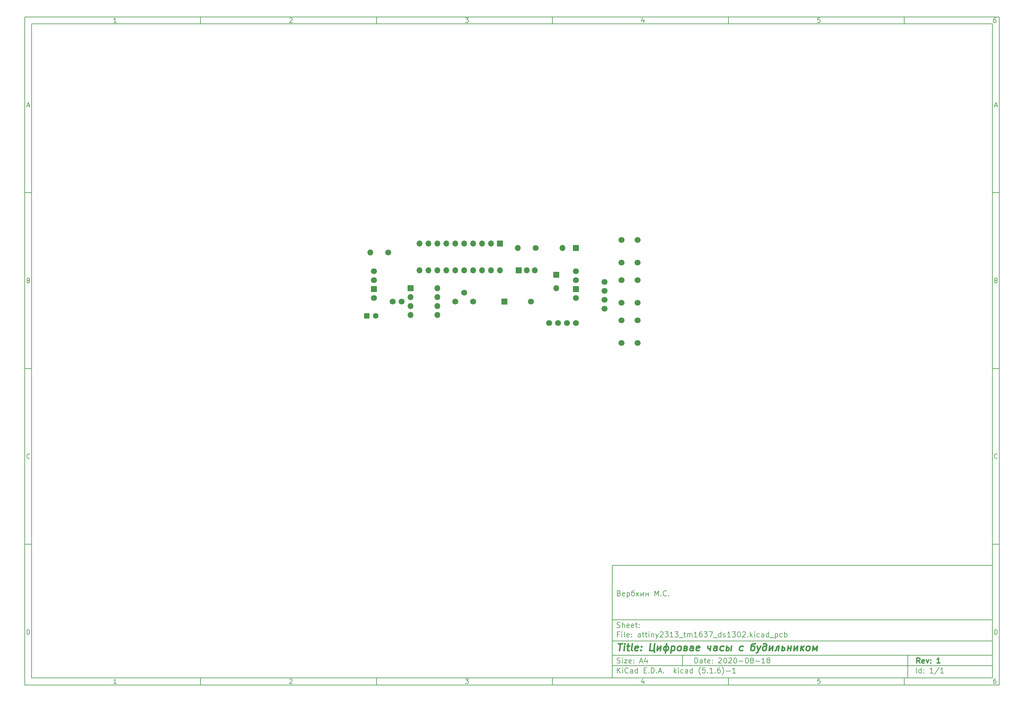
<source format=gts>
%TF.GenerationSoftware,KiCad,Pcbnew,(5.1.6)-1*%
%TF.CreationDate,2020-08-18T16:34:13+05:00*%
%TF.ProjectId,attiny2313_tm1637_ds1302,61747469-6e79-4323-9331-335f746d3136,1*%
%TF.SameCoordinates,Original*%
%TF.FileFunction,Soldermask,Top*%
%TF.FilePolarity,Negative*%
%FSLAX46Y46*%
G04 Gerber Fmt 4.6, Leading zero omitted, Abs format (unit mm)*
G04 Created by KiCad (PCBNEW (5.1.6)-1) date 2020-08-18 16:34:13*
%MOMM*%
%LPD*%
G01*
G04 APERTURE LIST*
%ADD10C,0.100000*%
%ADD11C,0.150000*%
%ADD12C,0.300000*%
%ADD13C,0.400000*%
%ADD14C,1.700000*%
%ADD15R,1.700000X1.700000*%
%ADD16O,1.700000X1.700000*%
%ADD17R,1.624000X1.624000*%
%ADD18C,1.624000*%
G04 APERTURE END LIST*
D10*
D11*
X177002200Y-166007200D02*
X177002200Y-198007200D01*
X285002200Y-198007200D01*
X285002200Y-166007200D01*
X177002200Y-166007200D01*
D10*
D11*
X10000000Y-10000000D02*
X10000000Y-200007200D01*
X287002200Y-200007200D01*
X287002200Y-10000000D01*
X10000000Y-10000000D01*
D10*
D11*
X12000000Y-12000000D02*
X12000000Y-198007200D01*
X285002200Y-198007200D01*
X285002200Y-12000000D01*
X12000000Y-12000000D01*
D10*
D11*
X60000000Y-12000000D02*
X60000000Y-10000000D01*
D10*
D11*
X110000000Y-12000000D02*
X110000000Y-10000000D01*
D10*
D11*
X160000000Y-12000000D02*
X160000000Y-10000000D01*
D10*
D11*
X210000000Y-12000000D02*
X210000000Y-10000000D01*
D10*
D11*
X260000000Y-12000000D02*
X260000000Y-10000000D01*
D10*
D11*
X36065476Y-11588095D02*
X35322619Y-11588095D01*
X35694047Y-11588095D02*
X35694047Y-10288095D01*
X35570238Y-10473809D01*
X35446428Y-10597619D01*
X35322619Y-10659523D01*
D10*
D11*
X85322619Y-10411904D02*
X85384523Y-10350000D01*
X85508333Y-10288095D01*
X85817857Y-10288095D01*
X85941666Y-10350000D01*
X86003571Y-10411904D01*
X86065476Y-10535714D01*
X86065476Y-10659523D01*
X86003571Y-10845238D01*
X85260714Y-11588095D01*
X86065476Y-11588095D01*
D10*
D11*
X135260714Y-10288095D02*
X136065476Y-10288095D01*
X135632142Y-10783333D01*
X135817857Y-10783333D01*
X135941666Y-10845238D01*
X136003571Y-10907142D01*
X136065476Y-11030952D01*
X136065476Y-11340476D01*
X136003571Y-11464285D01*
X135941666Y-11526190D01*
X135817857Y-11588095D01*
X135446428Y-11588095D01*
X135322619Y-11526190D01*
X135260714Y-11464285D01*
D10*
D11*
X185941666Y-10721428D02*
X185941666Y-11588095D01*
X185632142Y-10226190D02*
X185322619Y-11154761D01*
X186127380Y-11154761D01*
D10*
D11*
X236003571Y-10288095D02*
X235384523Y-10288095D01*
X235322619Y-10907142D01*
X235384523Y-10845238D01*
X235508333Y-10783333D01*
X235817857Y-10783333D01*
X235941666Y-10845238D01*
X236003571Y-10907142D01*
X236065476Y-11030952D01*
X236065476Y-11340476D01*
X236003571Y-11464285D01*
X235941666Y-11526190D01*
X235817857Y-11588095D01*
X235508333Y-11588095D01*
X235384523Y-11526190D01*
X235322619Y-11464285D01*
D10*
D11*
X285941666Y-10288095D02*
X285694047Y-10288095D01*
X285570238Y-10350000D01*
X285508333Y-10411904D01*
X285384523Y-10597619D01*
X285322619Y-10845238D01*
X285322619Y-11340476D01*
X285384523Y-11464285D01*
X285446428Y-11526190D01*
X285570238Y-11588095D01*
X285817857Y-11588095D01*
X285941666Y-11526190D01*
X286003571Y-11464285D01*
X286065476Y-11340476D01*
X286065476Y-11030952D01*
X286003571Y-10907142D01*
X285941666Y-10845238D01*
X285817857Y-10783333D01*
X285570238Y-10783333D01*
X285446428Y-10845238D01*
X285384523Y-10907142D01*
X285322619Y-11030952D01*
D10*
D11*
X60000000Y-198007200D02*
X60000000Y-200007200D01*
D10*
D11*
X110000000Y-198007200D02*
X110000000Y-200007200D01*
D10*
D11*
X160000000Y-198007200D02*
X160000000Y-200007200D01*
D10*
D11*
X210000000Y-198007200D02*
X210000000Y-200007200D01*
D10*
D11*
X260000000Y-198007200D02*
X260000000Y-200007200D01*
D10*
D11*
X36065476Y-199595295D02*
X35322619Y-199595295D01*
X35694047Y-199595295D02*
X35694047Y-198295295D01*
X35570238Y-198481009D01*
X35446428Y-198604819D01*
X35322619Y-198666723D01*
D10*
D11*
X85322619Y-198419104D02*
X85384523Y-198357200D01*
X85508333Y-198295295D01*
X85817857Y-198295295D01*
X85941666Y-198357200D01*
X86003571Y-198419104D01*
X86065476Y-198542914D01*
X86065476Y-198666723D01*
X86003571Y-198852438D01*
X85260714Y-199595295D01*
X86065476Y-199595295D01*
D10*
D11*
X135260714Y-198295295D02*
X136065476Y-198295295D01*
X135632142Y-198790533D01*
X135817857Y-198790533D01*
X135941666Y-198852438D01*
X136003571Y-198914342D01*
X136065476Y-199038152D01*
X136065476Y-199347676D01*
X136003571Y-199471485D01*
X135941666Y-199533390D01*
X135817857Y-199595295D01*
X135446428Y-199595295D01*
X135322619Y-199533390D01*
X135260714Y-199471485D01*
D10*
D11*
X185941666Y-198728628D02*
X185941666Y-199595295D01*
X185632142Y-198233390D02*
X185322619Y-199161961D01*
X186127380Y-199161961D01*
D10*
D11*
X236003571Y-198295295D02*
X235384523Y-198295295D01*
X235322619Y-198914342D01*
X235384523Y-198852438D01*
X235508333Y-198790533D01*
X235817857Y-198790533D01*
X235941666Y-198852438D01*
X236003571Y-198914342D01*
X236065476Y-199038152D01*
X236065476Y-199347676D01*
X236003571Y-199471485D01*
X235941666Y-199533390D01*
X235817857Y-199595295D01*
X235508333Y-199595295D01*
X235384523Y-199533390D01*
X235322619Y-199471485D01*
D10*
D11*
X285941666Y-198295295D02*
X285694047Y-198295295D01*
X285570238Y-198357200D01*
X285508333Y-198419104D01*
X285384523Y-198604819D01*
X285322619Y-198852438D01*
X285322619Y-199347676D01*
X285384523Y-199471485D01*
X285446428Y-199533390D01*
X285570238Y-199595295D01*
X285817857Y-199595295D01*
X285941666Y-199533390D01*
X286003571Y-199471485D01*
X286065476Y-199347676D01*
X286065476Y-199038152D01*
X286003571Y-198914342D01*
X285941666Y-198852438D01*
X285817857Y-198790533D01*
X285570238Y-198790533D01*
X285446428Y-198852438D01*
X285384523Y-198914342D01*
X285322619Y-199038152D01*
D10*
D11*
X10000000Y-60000000D02*
X12000000Y-60000000D01*
D10*
D11*
X10000000Y-110000000D02*
X12000000Y-110000000D01*
D10*
D11*
X10000000Y-160000000D02*
X12000000Y-160000000D01*
D10*
D11*
X10690476Y-35216666D02*
X11309523Y-35216666D01*
X10566666Y-35588095D02*
X11000000Y-34288095D01*
X11433333Y-35588095D01*
D10*
D11*
X11092857Y-84907142D02*
X11278571Y-84969047D01*
X11340476Y-85030952D01*
X11402380Y-85154761D01*
X11402380Y-85340476D01*
X11340476Y-85464285D01*
X11278571Y-85526190D01*
X11154761Y-85588095D01*
X10659523Y-85588095D01*
X10659523Y-84288095D01*
X11092857Y-84288095D01*
X11216666Y-84350000D01*
X11278571Y-84411904D01*
X11340476Y-84535714D01*
X11340476Y-84659523D01*
X11278571Y-84783333D01*
X11216666Y-84845238D01*
X11092857Y-84907142D01*
X10659523Y-84907142D01*
D10*
D11*
X11402380Y-135464285D02*
X11340476Y-135526190D01*
X11154761Y-135588095D01*
X11030952Y-135588095D01*
X10845238Y-135526190D01*
X10721428Y-135402380D01*
X10659523Y-135278571D01*
X10597619Y-135030952D01*
X10597619Y-134845238D01*
X10659523Y-134597619D01*
X10721428Y-134473809D01*
X10845238Y-134350000D01*
X11030952Y-134288095D01*
X11154761Y-134288095D01*
X11340476Y-134350000D01*
X11402380Y-134411904D01*
D10*
D11*
X10659523Y-185588095D02*
X10659523Y-184288095D01*
X10969047Y-184288095D01*
X11154761Y-184350000D01*
X11278571Y-184473809D01*
X11340476Y-184597619D01*
X11402380Y-184845238D01*
X11402380Y-185030952D01*
X11340476Y-185278571D01*
X11278571Y-185402380D01*
X11154761Y-185526190D01*
X10969047Y-185588095D01*
X10659523Y-185588095D01*
D10*
D11*
X287002200Y-60000000D02*
X285002200Y-60000000D01*
D10*
D11*
X287002200Y-110000000D02*
X285002200Y-110000000D01*
D10*
D11*
X287002200Y-160000000D02*
X285002200Y-160000000D01*
D10*
D11*
X285692676Y-35216666D02*
X286311723Y-35216666D01*
X285568866Y-35588095D02*
X286002200Y-34288095D01*
X286435533Y-35588095D01*
D10*
D11*
X286095057Y-84907142D02*
X286280771Y-84969047D01*
X286342676Y-85030952D01*
X286404580Y-85154761D01*
X286404580Y-85340476D01*
X286342676Y-85464285D01*
X286280771Y-85526190D01*
X286156961Y-85588095D01*
X285661723Y-85588095D01*
X285661723Y-84288095D01*
X286095057Y-84288095D01*
X286218866Y-84350000D01*
X286280771Y-84411904D01*
X286342676Y-84535714D01*
X286342676Y-84659523D01*
X286280771Y-84783333D01*
X286218866Y-84845238D01*
X286095057Y-84907142D01*
X285661723Y-84907142D01*
D10*
D11*
X286404580Y-135464285D02*
X286342676Y-135526190D01*
X286156961Y-135588095D01*
X286033152Y-135588095D01*
X285847438Y-135526190D01*
X285723628Y-135402380D01*
X285661723Y-135278571D01*
X285599819Y-135030952D01*
X285599819Y-134845238D01*
X285661723Y-134597619D01*
X285723628Y-134473809D01*
X285847438Y-134350000D01*
X286033152Y-134288095D01*
X286156961Y-134288095D01*
X286342676Y-134350000D01*
X286404580Y-134411904D01*
D10*
D11*
X285661723Y-185588095D02*
X285661723Y-184288095D01*
X285971247Y-184288095D01*
X286156961Y-184350000D01*
X286280771Y-184473809D01*
X286342676Y-184597619D01*
X286404580Y-184845238D01*
X286404580Y-185030952D01*
X286342676Y-185278571D01*
X286280771Y-185402380D01*
X286156961Y-185526190D01*
X285971247Y-185588095D01*
X285661723Y-185588095D01*
D10*
D11*
X200434342Y-193785771D02*
X200434342Y-192285771D01*
X200791485Y-192285771D01*
X201005771Y-192357200D01*
X201148628Y-192500057D01*
X201220057Y-192642914D01*
X201291485Y-192928628D01*
X201291485Y-193142914D01*
X201220057Y-193428628D01*
X201148628Y-193571485D01*
X201005771Y-193714342D01*
X200791485Y-193785771D01*
X200434342Y-193785771D01*
X202577200Y-193785771D02*
X202577200Y-193000057D01*
X202505771Y-192857200D01*
X202362914Y-192785771D01*
X202077200Y-192785771D01*
X201934342Y-192857200D01*
X202577200Y-193714342D02*
X202434342Y-193785771D01*
X202077200Y-193785771D01*
X201934342Y-193714342D01*
X201862914Y-193571485D01*
X201862914Y-193428628D01*
X201934342Y-193285771D01*
X202077200Y-193214342D01*
X202434342Y-193214342D01*
X202577200Y-193142914D01*
X203077200Y-192785771D02*
X203648628Y-192785771D01*
X203291485Y-192285771D02*
X203291485Y-193571485D01*
X203362914Y-193714342D01*
X203505771Y-193785771D01*
X203648628Y-193785771D01*
X204720057Y-193714342D02*
X204577200Y-193785771D01*
X204291485Y-193785771D01*
X204148628Y-193714342D01*
X204077200Y-193571485D01*
X204077200Y-193000057D01*
X204148628Y-192857200D01*
X204291485Y-192785771D01*
X204577200Y-192785771D01*
X204720057Y-192857200D01*
X204791485Y-193000057D01*
X204791485Y-193142914D01*
X204077200Y-193285771D01*
X205434342Y-193642914D02*
X205505771Y-193714342D01*
X205434342Y-193785771D01*
X205362914Y-193714342D01*
X205434342Y-193642914D01*
X205434342Y-193785771D01*
X205434342Y-192857200D02*
X205505771Y-192928628D01*
X205434342Y-193000057D01*
X205362914Y-192928628D01*
X205434342Y-192857200D01*
X205434342Y-193000057D01*
X207220057Y-192428628D02*
X207291485Y-192357200D01*
X207434342Y-192285771D01*
X207791485Y-192285771D01*
X207934342Y-192357200D01*
X208005771Y-192428628D01*
X208077200Y-192571485D01*
X208077200Y-192714342D01*
X208005771Y-192928628D01*
X207148628Y-193785771D01*
X208077200Y-193785771D01*
X209005771Y-192285771D02*
X209148628Y-192285771D01*
X209291485Y-192357200D01*
X209362914Y-192428628D01*
X209434342Y-192571485D01*
X209505771Y-192857200D01*
X209505771Y-193214342D01*
X209434342Y-193500057D01*
X209362914Y-193642914D01*
X209291485Y-193714342D01*
X209148628Y-193785771D01*
X209005771Y-193785771D01*
X208862914Y-193714342D01*
X208791485Y-193642914D01*
X208720057Y-193500057D01*
X208648628Y-193214342D01*
X208648628Y-192857200D01*
X208720057Y-192571485D01*
X208791485Y-192428628D01*
X208862914Y-192357200D01*
X209005771Y-192285771D01*
X210077200Y-192428628D02*
X210148628Y-192357200D01*
X210291485Y-192285771D01*
X210648628Y-192285771D01*
X210791485Y-192357200D01*
X210862914Y-192428628D01*
X210934342Y-192571485D01*
X210934342Y-192714342D01*
X210862914Y-192928628D01*
X210005771Y-193785771D01*
X210934342Y-193785771D01*
X211862914Y-192285771D02*
X212005771Y-192285771D01*
X212148628Y-192357200D01*
X212220057Y-192428628D01*
X212291485Y-192571485D01*
X212362914Y-192857200D01*
X212362914Y-193214342D01*
X212291485Y-193500057D01*
X212220057Y-193642914D01*
X212148628Y-193714342D01*
X212005771Y-193785771D01*
X211862914Y-193785771D01*
X211720057Y-193714342D01*
X211648628Y-193642914D01*
X211577200Y-193500057D01*
X211505771Y-193214342D01*
X211505771Y-192857200D01*
X211577200Y-192571485D01*
X211648628Y-192428628D01*
X211720057Y-192357200D01*
X211862914Y-192285771D01*
X213005771Y-193214342D02*
X214148628Y-193214342D01*
X215148628Y-192285771D02*
X215291485Y-192285771D01*
X215434342Y-192357200D01*
X215505771Y-192428628D01*
X215577200Y-192571485D01*
X215648628Y-192857200D01*
X215648628Y-193214342D01*
X215577200Y-193500057D01*
X215505771Y-193642914D01*
X215434342Y-193714342D01*
X215291485Y-193785771D01*
X215148628Y-193785771D01*
X215005771Y-193714342D01*
X214934342Y-193642914D01*
X214862914Y-193500057D01*
X214791485Y-193214342D01*
X214791485Y-192857200D01*
X214862914Y-192571485D01*
X214934342Y-192428628D01*
X215005771Y-192357200D01*
X215148628Y-192285771D01*
X216505771Y-192928628D02*
X216362914Y-192857200D01*
X216291485Y-192785771D01*
X216220057Y-192642914D01*
X216220057Y-192571485D01*
X216291485Y-192428628D01*
X216362914Y-192357200D01*
X216505771Y-192285771D01*
X216791485Y-192285771D01*
X216934342Y-192357200D01*
X217005771Y-192428628D01*
X217077200Y-192571485D01*
X217077200Y-192642914D01*
X217005771Y-192785771D01*
X216934342Y-192857200D01*
X216791485Y-192928628D01*
X216505771Y-192928628D01*
X216362914Y-193000057D01*
X216291485Y-193071485D01*
X216220057Y-193214342D01*
X216220057Y-193500057D01*
X216291485Y-193642914D01*
X216362914Y-193714342D01*
X216505771Y-193785771D01*
X216791485Y-193785771D01*
X216934342Y-193714342D01*
X217005771Y-193642914D01*
X217077200Y-193500057D01*
X217077200Y-193214342D01*
X217005771Y-193071485D01*
X216934342Y-193000057D01*
X216791485Y-192928628D01*
X217720057Y-193214342D02*
X218862914Y-193214342D01*
X220362914Y-193785771D02*
X219505771Y-193785771D01*
X219934342Y-193785771D02*
X219934342Y-192285771D01*
X219791485Y-192500057D01*
X219648628Y-192642914D01*
X219505771Y-192714342D01*
X221220057Y-192928628D02*
X221077200Y-192857200D01*
X221005771Y-192785771D01*
X220934342Y-192642914D01*
X220934342Y-192571485D01*
X221005771Y-192428628D01*
X221077200Y-192357200D01*
X221220057Y-192285771D01*
X221505771Y-192285771D01*
X221648628Y-192357200D01*
X221720057Y-192428628D01*
X221791485Y-192571485D01*
X221791485Y-192642914D01*
X221720057Y-192785771D01*
X221648628Y-192857200D01*
X221505771Y-192928628D01*
X221220057Y-192928628D01*
X221077200Y-193000057D01*
X221005771Y-193071485D01*
X220934342Y-193214342D01*
X220934342Y-193500057D01*
X221005771Y-193642914D01*
X221077200Y-193714342D01*
X221220057Y-193785771D01*
X221505771Y-193785771D01*
X221648628Y-193714342D01*
X221720057Y-193642914D01*
X221791485Y-193500057D01*
X221791485Y-193214342D01*
X221720057Y-193071485D01*
X221648628Y-193000057D01*
X221505771Y-192928628D01*
D10*
D11*
X177002200Y-194507200D02*
X285002200Y-194507200D01*
D10*
D11*
X178434342Y-196585771D02*
X178434342Y-195085771D01*
X179291485Y-196585771D02*
X178648628Y-195728628D01*
X179291485Y-195085771D02*
X178434342Y-195942914D01*
X179934342Y-196585771D02*
X179934342Y-195585771D01*
X179934342Y-195085771D02*
X179862914Y-195157200D01*
X179934342Y-195228628D01*
X180005771Y-195157200D01*
X179934342Y-195085771D01*
X179934342Y-195228628D01*
X181505771Y-196442914D02*
X181434342Y-196514342D01*
X181220057Y-196585771D01*
X181077200Y-196585771D01*
X180862914Y-196514342D01*
X180720057Y-196371485D01*
X180648628Y-196228628D01*
X180577200Y-195942914D01*
X180577200Y-195728628D01*
X180648628Y-195442914D01*
X180720057Y-195300057D01*
X180862914Y-195157200D01*
X181077200Y-195085771D01*
X181220057Y-195085771D01*
X181434342Y-195157200D01*
X181505771Y-195228628D01*
X182791485Y-196585771D02*
X182791485Y-195800057D01*
X182720057Y-195657200D01*
X182577200Y-195585771D01*
X182291485Y-195585771D01*
X182148628Y-195657200D01*
X182791485Y-196514342D02*
X182648628Y-196585771D01*
X182291485Y-196585771D01*
X182148628Y-196514342D01*
X182077200Y-196371485D01*
X182077200Y-196228628D01*
X182148628Y-196085771D01*
X182291485Y-196014342D01*
X182648628Y-196014342D01*
X182791485Y-195942914D01*
X184148628Y-196585771D02*
X184148628Y-195085771D01*
X184148628Y-196514342D02*
X184005771Y-196585771D01*
X183720057Y-196585771D01*
X183577200Y-196514342D01*
X183505771Y-196442914D01*
X183434342Y-196300057D01*
X183434342Y-195871485D01*
X183505771Y-195728628D01*
X183577200Y-195657200D01*
X183720057Y-195585771D01*
X184005771Y-195585771D01*
X184148628Y-195657200D01*
X186005771Y-195800057D02*
X186505771Y-195800057D01*
X186720057Y-196585771D02*
X186005771Y-196585771D01*
X186005771Y-195085771D01*
X186720057Y-195085771D01*
X187362914Y-196442914D02*
X187434342Y-196514342D01*
X187362914Y-196585771D01*
X187291485Y-196514342D01*
X187362914Y-196442914D01*
X187362914Y-196585771D01*
X188077200Y-196585771D02*
X188077200Y-195085771D01*
X188434342Y-195085771D01*
X188648628Y-195157200D01*
X188791485Y-195300057D01*
X188862914Y-195442914D01*
X188934342Y-195728628D01*
X188934342Y-195942914D01*
X188862914Y-196228628D01*
X188791485Y-196371485D01*
X188648628Y-196514342D01*
X188434342Y-196585771D01*
X188077200Y-196585771D01*
X189577200Y-196442914D02*
X189648628Y-196514342D01*
X189577200Y-196585771D01*
X189505771Y-196514342D01*
X189577200Y-196442914D01*
X189577200Y-196585771D01*
X190220057Y-196157200D02*
X190934342Y-196157200D01*
X190077200Y-196585771D02*
X190577200Y-195085771D01*
X191077200Y-196585771D01*
X191577200Y-196442914D02*
X191648628Y-196514342D01*
X191577200Y-196585771D01*
X191505771Y-196514342D01*
X191577200Y-196442914D01*
X191577200Y-196585771D01*
X194577200Y-196585771D02*
X194577200Y-195085771D01*
X194720057Y-196014342D02*
X195148628Y-196585771D01*
X195148628Y-195585771D02*
X194577200Y-196157200D01*
X195791485Y-196585771D02*
X195791485Y-195585771D01*
X195791485Y-195085771D02*
X195720057Y-195157200D01*
X195791485Y-195228628D01*
X195862914Y-195157200D01*
X195791485Y-195085771D01*
X195791485Y-195228628D01*
X197148628Y-196514342D02*
X197005771Y-196585771D01*
X196720057Y-196585771D01*
X196577200Y-196514342D01*
X196505771Y-196442914D01*
X196434342Y-196300057D01*
X196434342Y-195871485D01*
X196505771Y-195728628D01*
X196577200Y-195657200D01*
X196720057Y-195585771D01*
X197005771Y-195585771D01*
X197148628Y-195657200D01*
X198434342Y-196585771D02*
X198434342Y-195800057D01*
X198362914Y-195657200D01*
X198220057Y-195585771D01*
X197934342Y-195585771D01*
X197791485Y-195657200D01*
X198434342Y-196514342D02*
X198291485Y-196585771D01*
X197934342Y-196585771D01*
X197791485Y-196514342D01*
X197720057Y-196371485D01*
X197720057Y-196228628D01*
X197791485Y-196085771D01*
X197934342Y-196014342D01*
X198291485Y-196014342D01*
X198434342Y-195942914D01*
X199791485Y-196585771D02*
X199791485Y-195085771D01*
X199791485Y-196514342D02*
X199648628Y-196585771D01*
X199362914Y-196585771D01*
X199220057Y-196514342D01*
X199148628Y-196442914D01*
X199077200Y-196300057D01*
X199077200Y-195871485D01*
X199148628Y-195728628D01*
X199220057Y-195657200D01*
X199362914Y-195585771D01*
X199648628Y-195585771D01*
X199791485Y-195657200D01*
X202077200Y-197157200D02*
X202005771Y-197085771D01*
X201862914Y-196871485D01*
X201791485Y-196728628D01*
X201720057Y-196514342D01*
X201648628Y-196157200D01*
X201648628Y-195871485D01*
X201720057Y-195514342D01*
X201791485Y-195300057D01*
X201862914Y-195157200D01*
X202005771Y-194942914D01*
X202077200Y-194871485D01*
X203362914Y-195085771D02*
X202648628Y-195085771D01*
X202577200Y-195800057D01*
X202648628Y-195728628D01*
X202791485Y-195657200D01*
X203148628Y-195657200D01*
X203291485Y-195728628D01*
X203362914Y-195800057D01*
X203434342Y-195942914D01*
X203434342Y-196300057D01*
X203362914Y-196442914D01*
X203291485Y-196514342D01*
X203148628Y-196585771D01*
X202791485Y-196585771D01*
X202648628Y-196514342D01*
X202577200Y-196442914D01*
X204077200Y-196442914D02*
X204148628Y-196514342D01*
X204077200Y-196585771D01*
X204005771Y-196514342D01*
X204077200Y-196442914D01*
X204077200Y-196585771D01*
X205577200Y-196585771D02*
X204720057Y-196585771D01*
X205148628Y-196585771D02*
X205148628Y-195085771D01*
X205005771Y-195300057D01*
X204862914Y-195442914D01*
X204720057Y-195514342D01*
X206220057Y-196442914D02*
X206291485Y-196514342D01*
X206220057Y-196585771D01*
X206148628Y-196514342D01*
X206220057Y-196442914D01*
X206220057Y-196585771D01*
X207577200Y-195085771D02*
X207291485Y-195085771D01*
X207148628Y-195157200D01*
X207077200Y-195228628D01*
X206934342Y-195442914D01*
X206862914Y-195728628D01*
X206862914Y-196300057D01*
X206934342Y-196442914D01*
X207005771Y-196514342D01*
X207148628Y-196585771D01*
X207434342Y-196585771D01*
X207577200Y-196514342D01*
X207648628Y-196442914D01*
X207720057Y-196300057D01*
X207720057Y-195942914D01*
X207648628Y-195800057D01*
X207577200Y-195728628D01*
X207434342Y-195657200D01*
X207148628Y-195657200D01*
X207005771Y-195728628D01*
X206934342Y-195800057D01*
X206862914Y-195942914D01*
X208220057Y-197157200D02*
X208291485Y-197085771D01*
X208434342Y-196871485D01*
X208505771Y-196728628D01*
X208577200Y-196514342D01*
X208648628Y-196157200D01*
X208648628Y-195871485D01*
X208577200Y-195514342D01*
X208505771Y-195300057D01*
X208434342Y-195157200D01*
X208291485Y-194942914D01*
X208220057Y-194871485D01*
X209362914Y-196014342D02*
X210505771Y-196014342D01*
X212005771Y-196585771D02*
X211148628Y-196585771D01*
X211577200Y-196585771D02*
X211577200Y-195085771D01*
X211434342Y-195300057D01*
X211291485Y-195442914D01*
X211148628Y-195514342D01*
D10*
D11*
X177002200Y-191507200D02*
X285002200Y-191507200D01*
D10*
D12*
X264411485Y-193785771D02*
X263911485Y-193071485D01*
X263554342Y-193785771D02*
X263554342Y-192285771D01*
X264125771Y-192285771D01*
X264268628Y-192357200D01*
X264340057Y-192428628D01*
X264411485Y-192571485D01*
X264411485Y-192785771D01*
X264340057Y-192928628D01*
X264268628Y-193000057D01*
X264125771Y-193071485D01*
X263554342Y-193071485D01*
X265625771Y-193714342D02*
X265482914Y-193785771D01*
X265197200Y-193785771D01*
X265054342Y-193714342D01*
X264982914Y-193571485D01*
X264982914Y-193000057D01*
X265054342Y-192857200D01*
X265197200Y-192785771D01*
X265482914Y-192785771D01*
X265625771Y-192857200D01*
X265697200Y-193000057D01*
X265697200Y-193142914D01*
X264982914Y-193285771D01*
X266197200Y-192785771D02*
X266554342Y-193785771D01*
X266911485Y-192785771D01*
X267482914Y-193642914D02*
X267554342Y-193714342D01*
X267482914Y-193785771D01*
X267411485Y-193714342D01*
X267482914Y-193642914D01*
X267482914Y-193785771D01*
X267482914Y-192857200D02*
X267554342Y-192928628D01*
X267482914Y-193000057D01*
X267411485Y-192928628D01*
X267482914Y-192857200D01*
X267482914Y-193000057D01*
X270125771Y-193785771D02*
X269268628Y-193785771D01*
X269697200Y-193785771D02*
X269697200Y-192285771D01*
X269554342Y-192500057D01*
X269411485Y-192642914D01*
X269268628Y-192714342D01*
D10*
D11*
X178362914Y-193714342D02*
X178577200Y-193785771D01*
X178934342Y-193785771D01*
X179077200Y-193714342D01*
X179148628Y-193642914D01*
X179220057Y-193500057D01*
X179220057Y-193357200D01*
X179148628Y-193214342D01*
X179077200Y-193142914D01*
X178934342Y-193071485D01*
X178648628Y-193000057D01*
X178505771Y-192928628D01*
X178434342Y-192857200D01*
X178362914Y-192714342D01*
X178362914Y-192571485D01*
X178434342Y-192428628D01*
X178505771Y-192357200D01*
X178648628Y-192285771D01*
X179005771Y-192285771D01*
X179220057Y-192357200D01*
X179862914Y-193785771D02*
X179862914Y-192785771D01*
X179862914Y-192285771D02*
X179791485Y-192357200D01*
X179862914Y-192428628D01*
X179934342Y-192357200D01*
X179862914Y-192285771D01*
X179862914Y-192428628D01*
X180434342Y-192785771D02*
X181220057Y-192785771D01*
X180434342Y-193785771D01*
X181220057Y-193785771D01*
X182362914Y-193714342D02*
X182220057Y-193785771D01*
X181934342Y-193785771D01*
X181791485Y-193714342D01*
X181720057Y-193571485D01*
X181720057Y-193000057D01*
X181791485Y-192857200D01*
X181934342Y-192785771D01*
X182220057Y-192785771D01*
X182362914Y-192857200D01*
X182434342Y-193000057D01*
X182434342Y-193142914D01*
X181720057Y-193285771D01*
X183077200Y-193642914D02*
X183148628Y-193714342D01*
X183077200Y-193785771D01*
X183005771Y-193714342D01*
X183077200Y-193642914D01*
X183077200Y-193785771D01*
X183077200Y-192857200D02*
X183148628Y-192928628D01*
X183077200Y-193000057D01*
X183005771Y-192928628D01*
X183077200Y-192857200D01*
X183077200Y-193000057D01*
X184862914Y-193357200D02*
X185577200Y-193357200D01*
X184720057Y-193785771D02*
X185220057Y-192285771D01*
X185720057Y-193785771D01*
X186862914Y-192785771D02*
X186862914Y-193785771D01*
X186505771Y-192214342D02*
X186148628Y-193285771D01*
X187077200Y-193285771D01*
D10*
D11*
X263434342Y-196585771D02*
X263434342Y-195085771D01*
X264791485Y-196585771D02*
X264791485Y-195085771D01*
X264791485Y-196514342D02*
X264648628Y-196585771D01*
X264362914Y-196585771D01*
X264220057Y-196514342D01*
X264148628Y-196442914D01*
X264077200Y-196300057D01*
X264077200Y-195871485D01*
X264148628Y-195728628D01*
X264220057Y-195657200D01*
X264362914Y-195585771D01*
X264648628Y-195585771D01*
X264791485Y-195657200D01*
X265505771Y-196442914D02*
X265577200Y-196514342D01*
X265505771Y-196585771D01*
X265434342Y-196514342D01*
X265505771Y-196442914D01*
X265505771Y-196585771D01*
X265505771Y-195657200D02*
X265577200Y-195728628D01*
X265505771Y-195800057D01*
X265434342Y-195728628D01*
X265505771Y-195657200D01*
X265505771Y-195800057D01*
X268148628Y-196585771D02*
X267291485Y-196585771D01*
X267720057Y-196585771D02*
X267720057Y-195085771D01*
X267577200Y-195300057D01*
X267434342Y-195442914D01*
X267291485Y-195514342D01*
X269862914Y-195014342D02*
X268577200Y-196942914D01*
X271148628Y-196585771D02*
X270291485Y-196585771D01*
X270720057Y-196585771D02*
X270720057Y-195085771D01*
X270577200Y-195300057D01*
X270434342Y-195442914D01*
X270291485Y-195514342D01*
D10*
D11*
X177002200Y-187507200D02*
X285002200Y-187507200D01*
D10*
D13*
X178714580Y-188211961D02*
X179857438Y-188211961D01*
X179036009Y-190211961D02*
X179286009Y-188211961D01*
X180274104Y-190211961D02*
X180440771Y-188878628D01*
X180524104Y-188211961D02*
X180416961Y-188307200D01*
X180500295Y-188402438D01*
X180607438Y-188307200D01*
X180524104Y-188211961D01*
X180500295Y-188402438D01*
X181107438Y-188878628D02*
X181869342Y-188878628D01*
X181476485Y-188211961D02*
X181262200Y-189926247D01*
X181333628Y-190116723D01*
X181512200Y-190211961D01*
X181702676Y-190211961D01*
X182655057Y-190211961D02*
X182476485Y-190116723D01*
X182405057Y-189926247D01*
X182619342Y-188211961D01*
X184190771Y-190116723D02*
X183988390Y-190211961D01*
X183607438Y-190211961D01*
X183428866Y-190116723D01*
X183357438Y-189926247D01*
X183452676Y-189164342D01*
X183571723Y-188973866D01*
X183774104Y-188878628D01*
X184155057Y-188878628D01*
X184333628Y-188973866D01*
X184405057Y-189164342D01*
X184381247Y-189354819D01*
X183405057Y-189545295D01*
X185155057Y-190021485D02*
X185238390Y-190116723D01*
X185131247Y-190211961D01*
X185047914Y-190116723D01*
X185155057Y-190021485D01*
X185131247Y-190211961D01*
X185286009Y-188973866D02*
X185369342Y-189069104D01*
X185262200Y-189164342D01*
X185178866Y-189069104D01*
X185286009Y-188973866D01*
X185262200Y-189164342D01*
X189000295Y-188211961D02*
X188750295Y-190211961D01*
X187857438Y-188211961D02*
X187607438Y-190211961D01*
X188940771Y-190211961D01*
X188881247Y-190688152D01*
X189869342Y-188878628D02*
X189702676Y-190211961D01*
X190821723Y-188878628D01*
X190655057Y-190211961D01*
X192428866Y-188211961D02*
X192095533Y-190878628D01*
X192155057Y-188878628D02*
X192536009Y-188878628D01*
X192714580Y-188973866D01*
X192881247Y-189164342D01*
X192952676Y-189354819D01*
X192905057Y-189735771D01*
X192786009Y-189926247D01*
X192571723Y-190116723D01*
X192369342Y-190211961D01*
X191988390Y-190211961D01*
X191809819Y-190116723D01*
X191643152Y-189926247D01*
X191571723Y-189735771D01*
X191619342Y-189354819D01*
X191738390Y-189164342D01*
X191952676Y-188973866D01*
X192155057Y-188878628D01*
X193869342Y-188878628D02*
X193619342Y-190878628D01*
X193857438Y-188973866D02*
X194059819Y-188878628D01*
X194440771Y-188878628D01*
X194619342Y-188973866D01*
X194702676Y-189069104D01*
X194774104Y-189259580D01*
X194702676Y-189831009D01*
X194583628Y-190021485D01*
X194476485Y-190116723D01*
X194274104Y-190211961D01*
X193893152Y-190211961D01*
X193714580Y-190116723D01*
X195797914Y-190211961D02*
X195619342Y-190116723D01*
X195536009Y-190021485D01*
X195464580Y-189831009D01*
X195536009Y-189259580D01*
X195655057Y-189069104D01*
X195762200Y-188973866D01*
X195964580Y-188878628D01*
X196250295Y-188878628D01*
X196428866Y-188973866D01*
X196512200Y-189069104D01*
X196583628Y-189259580D01*
X196512200Y-189831009D01*
X196393152Y-190021485D01*
X196286009Y-190116723D01*
X196083628Y-190211961D01*
X195797914Y-190211961D01*
X197881247Y-189545295D02*
X198155057Y-189640533D01*
X198226485Y-189831009D01*
X198214580Y-189926247D01*
X198095533Y-190116723D01*
X197893152Y-190211961D01*
X197321723Y-190211961D01*
X197488390Y-188878628D01*
X197964580Y-188878628D01*
X198143152Y-188973866D01*
X198214580Y-189164342D01*
X198202676Y-189259580D01*
X198083628Y-189450057D01*
X197881247Y-189545295D01*
X197405057Y-189545295D01*
X199893152Y-190211961D02*
X200024104Y-189164342D01*
X199952676Y-188973866D01*
X199774104Y-188878628D01*
X199393152Y-188878628D01*
X199190771Y-188973866D01*
X199905057Y-190116723D02*
X199702676Y-190211961D01*
X199226485Y-190211961D01*
X199047914Y-190116723D01*
X198976485Y-189926247D01*
X199000295Y-189735771D01*
X199119342Y-189545295D01*
X199321723Y-189450057D01*
X199797914Y-189450057D01*
X200000295Y-189354819D01*
X201619342Y-190116723D02*
X201416961Y-190211961D01*
X201036009Y-190211961D01*
X200857438Y-190116723D01*
X200786009Y-189926247D01*
X200881247Y-189164342D01*
X201000295Y-188973866D01*
X201202676Y-188878628D01*
X201583628Y-188878628D01*
X201762200Y-188973866D01*
X201833628Y-189164342D01*
X201809819Y-189354819D01*
X200833628Y-189545295D01*
X204916961Y-188878628D02*
X204750295Y-190211961D01*
X204155057Y-188878628D02*
X204095533Y-189354819D01*
X204166961Y-189545295D01*
X204345533Y-189640533D01*
X204821723Y-189640533D01*
X206655057Y-190211961D02*
X206786009Y-189164342D01*
X206714580Y-188973866D01*
X206536009Y-188878628D01*
X206155057Y-188878628D01*
X205952676Y-188973866D01*
X206666961Y-190116723D02*
X206464580Y-190211961D01*
X205988390Y-190211961D01*
X205809819Y-190116723D01*
X205738390Y-189926247D01*
X205762200Y-189735771D01*
X205881247Y-189545295D01*
X206083628Y-189450057D01*
X206559819Y-189450057D01*
X206762200Y-189354819D01*
X208476485Y-190116723D02*
X208274104Y-190211961D01*
X207893152Y-190211961D01*
X207714580Y-190116723D01*
X207631247Y-190021485D01*
X207559819Y-189831009D01*
X207631247Y-189259580D01*
X207750295Y-189069104D01*
X207857438Y-188973866D01*
X208059819Y-188878628D01*
X208440771Y-188878628D01*
X208619342Y-188973866D01*
X210821723Y-188878628D02*
X210655057Y-190211961D01*
X209488390Y-188878628D02*
X209321723Y-190211961D01*
X209797914Y-190211961D01*
X210000295Y-190116723D01*
X210119342Y-189926247D01*
X210155057Y-189640533D01*
X210083628Y-189450057D01*
X209905057Y-189354819D01*
X209428866Y-189354819D01*
X214000295Y-190116723D02*
X213797914Y-190211961D01*
X213416961Y-190211961D01*
X213238390Y-190116723D01*
X213155057Y-190021485D01*
X213083628Y-189831009D01*
X213155057Y-189259580D01*
X213274104Y-189069104D01*
X213381247Y-188973866D01*
X213583628Y-188878628D01*
X213964580Y-188878628D01*
X214143152Y-188973866D01*
X217583628Y-188116723D02*
X217476485Y-188211961D01*
X217274104Y-188307200D01*
X216893152Y-188307200D01*
X216690771Y-188402438D01*
X216583628Y-188497676D01*
X216464580Y-188688152D01*
X216321723Y-189831009D01*
X216393152Y-190021485D01*
X216476485Y-190116723D01*
X216655057Y-190211961D01*
X216940771Y-190211961D01*
X217143152Y-190116723D01*
X217250295Y-190021485D01*
X217369342Y-189831009D01*
X217440771Y-189259580D01*
X217369342Y-189069104D01*
X217286009Y-188973866D01*
X217107438Y-188878628D01*
X216726485Y-188878628D01*
X216524104Y-188973866D01*
X216416961Y-189069104D01*
X218155057Y-188878628D02*
X218464580Y-190211961D01*
X219107438Y-188878628D02*
X218464580Y-190211961D01*
X218214580Y-190688152D01*
X218107438Y-190783390D01*
X217905057Y-190878628D01*
X220797914Y-189069104D02*
X220714580Y-188973866D01*
X220536009Y-188878628D01*
X220155057Y-188878628D01*
X219952676Y-188973866D01*
X219845533Y-189069104D01*
X219726485Y-189259580D01*
X219655057Y-189831009D01*
X219726485Y-190021485D01*
X219809819Y-190116723D01*
X219988390Y-190211961D01*
X220274104Y-190211961D01*
X220476485Y-190116723D01*
X220583628Y-190021485D01*
X220702676Y-189831009D01*
X220857438Y-188592914D01*
X220786009Y-188402438D01*
X220702676Y-188307200D01*
X220524104Y-188211961D01*
X220143152Y-188211961D01*
X219940771Y-188307200D01*
X221678866Y-188878628D02*
X221512200Y-190211961D01*
X222631247Y-188878628D01*
X222464580Y-190211961D01*
X224178866Y-190211961D02*
X224345533Y-188878628D01*
X224059819Y-188878628D01*
X223857438Y-188973866D01*
X223738390Y-189164342D01*
X223547914Y-189926247D01*
X223428866Y-190116723D01*
X223226485Y-190211961D01*
X225297914Y-188878628D02*
X225131247Y-190211961D01*
X225607438Y-190211961D01*
X225809819Y-190116723D01*
X225928866Y-189926247D01*
X225964580Y-189640533D01*
X225893152Y-189450057D01*
X225714580Y-189354819D01*
X225238390Y-189354819D01*
X226833628Y-189545295D02*
X227690771Y-189545295D01*
X226916961Y-188878628D02*
X226750295Y-190211961D01*
X227774104Y-188878628D02*
X227607438Y-190211961D01*
X228726485Y-188878628D02*
X228559819Y-190211961D01*
X229678866Y-188878628D01*
X229512199Y-190211961D01*
X230631247Y-188878628D02*
X230464580Y-190211961D01*
X230750295Y-189450057D02*
X231226485Y-190211961D01*
X231393152Y-188878628D02*
X230536009Y-189640533D01*
X232369342Y-190211961D02*
X232190771Y-190116723D01*
X232107438Y-190021485D01*
X232036009Y-189831009D01*
X232107438Y-189259580D01*
X232226485Y-189069104D01*
X232333628Y-188973866D01*
X232536009Y-188878628D01*
X232821723Y-188878628D01*
X233000295Y-188973866D01*
X233083628Y-189069104D01*
X233155057Y-189259580D01*
X233083628Y-189831009D01*
X232964580Y-190021485D01*
X232857438Y-190116723D01*
X232655057Y-190211961D01*
X232369342Y-190211961D01*
X233893152Y-190211961D02*
X234059819Y-188878628D01*
X234500295Y-189926247D01*
X235202676Y-188878628D01*
X235036009Y-190211961D01*
D10*
D11*
X178934342Y-185600057D02*
X178434342Y-185600057D01*
X178434342Y-186385771D02*
X178434342Y-184885771D01*
X179148628Y-184885771D01*
X179720057Y-186385771D02*
X179720057Y-185385771D01*
X179720057Y-184885771D02*
X179648628Y-184957200D01*
X179720057Y-185028628D01*
X179791485Y-184957200D01*
X179720057Y-184885771D01*
X179720057Y-185028628D01*
X180648628Y-186385771D02*
X180505771Y-186314342D01*
X180434342Y-186171485D01*
X180434342Y-184885771D01*
X181791485Y-186314342D02*
X181648628Y-186385771D01*
X181362914Y-186385771D01*
X181220057Y-186314342D01*
X181148628Y-186171485D01*
X181148628Y-185600057D01*
X181220057Y-185457200D01*
X181362914Y-185385771D01*
X181648628Y-185385771D01*
X181791485Y-185457200D01*
X181862914Y-185600057D01*
X181862914Y-185742914D01*
X181148628Y-185885771D01*
X182505771Y-186242914D02*
X182577200Y-186314342D01*
X182505771Y-186385771D01*
X182434342Y-186314342D01*
X182505771Y-186242914D01*
X182505771Y-186385771D01*
X182505771Y-185457200D02*
X182577200Y-185528628D01*
X182505771Y-185600057D01*
X182434342Y-185528628D01*
X182505771Y-185457200D01*
X182505771Y-185600057D01*
X185005771Y-186385771D02*
X185005771Y-185600057D01*
X184934342Y-185457200D01*
X184791485Y-185385771D01*
X184505771Y-185385771D01*
X184362914Y-185457200D01*
X185005771Y-186314342D02*
X184862914Y-186385771D01*
X184505771Y-186385771D01*
X184362914Y-186314342D01*
X184291485Y-186171485D01*
X184291485Y-186028628D01*
X184362914Y-185885771D01*
X184505771Y-185814342D01*
X184862914Y-185814342D01*
X185005771Y-185742914D01*
X185505771Y-185385771D02*
X186077200Y-185385771D01*
X185720057Y-184885771D02*
X185720057Y-186171485D01*
X185791485Y-186314342D01*
X185934342Y-186385771D01*
X186077200Y-186385771D01*
X186362914Y-185385771D02*
X186934342Y-185385771D01*
X186577200Y-184885771D02*
X186577200Y-186171485D01*
X186648628Y-186314342D01*
X186791485Y-186385771D01*
X186934342Y-186385771D01*
X187434342Y-186385771D02*
X187434342Y-185385771D01*
X187434342Y-184885771D02*
X187362914Y-184957200D01*
X187434342Y-185028628D01*
X187505771Y-184957200D01*
X187434342Y-184885771D01*
X187434342Y-185028628D01*
X188148628Y-185385771D02*
X188148628Y-186385771D01*
X188148628Y-185528628D02*
X188220057Y-185457200D01*
X188362914Y-185385771D01*
X188577200Y-185385771D01*
X188720057Y-185457200D01*
X188791485Y-185600057D01*
X188791485Y-186385771D01*
X189362914Y-185385771D02*
X189720057Y-186385771D01*
X190077200Y-185385771D02*
X189720057Y-186385771D01*
X189577200Y-186742914D01*
X189505771Y-186814342D01*
X189362914Y-186885771D01*
X190577200Y-185028628D02*
X190648628Y-184957200D01*
X190791485Y-184885771D01*
X191148628Y-184885771D01*
X191291485Y-184957200D01*
X191362914Y-185028628D01*
X191434342Y-185171485D01*
X191434342Y-185314342D01*
X191362914Y-185528628D01*
X190505771Y-186385771D01*
X191434342Y-186385771D01*
X191934342Y-184885771D02*
X192862914Y-184885771D01*
X192362914Y-185457200D01*
X192577200Y-185457200D01*
X192720057Y-185528628D01*
X192791485Y-185600057D01*
X192862914Y-185742914D01*
X192862914Y-186100057D01*
X192791485Y-186242914D01*
X192720057Y-186314342D01*
X192577200Y-186385771D01*
X192148628Y-186385771D01*
X192005771Y-186314342D01*
X191934342Y-186242914D01*
X194291485Y-186385771D02*
X193434342Y-186385771D01*
X193862914Y-186385771D02*
X193862914Y-184885771D01*
X193720057Y-185100057D01*
X193577200Y-185242914D01*
X193434342Y-185314342D01*
X194791485Y-184885771D02*
X195720057Y-184885771D01*
X195220057Y-185457200D01*
X195434342Y-185457200D01*
X195577200Y-185528628D01*
X195648628Y-185600057D01*
X195720057Y-185742914D01*
X195720057Y-186100057D01*
X195648628Y-186242914D01*
X195577200Y-186314342D01*
X195434342Y-186385771D01*
X195005771Y-186385771D01*
X194862914Y-186314342D01*
X194791485Y-186242914D01*
X196005771Y-186528628D02*
X197148628Y-186528628D01*
X197291485Y-185385771D02*
X197862914Y-185385771D01*
X197505771Y-184885771D02*
X197505771Y-186171485D01*
X197577200Y-186314342D01*
X197720057Y-186385771D01*
X197862914Y-186385771D01*
X198362914Y-186385771D02*
X198362914Y-185385771D01*
X198362914Y-185528628D02*
X198434342Y-185457200D01*
X198577200Y-185385771D01*
X198791485Y-185385771D01*
X198934342Y-185457200D01*
X199005771Y-185600057D01*
X199005771Y-186385771D01*
X199005771Y-185600057D02*
X199077200Y-185457200D01*
X199220057Y-185385771D01*
X199434342Y-185385771D01*
X199577200Y-185457200D01*
X199648628Y-185600057D01*
X199648628Y-186385771D01*
X201148628Y-186385771D02*
X200291485Y-186385771D01*
X200720057Y-186385771D02*
X200720057Y-184885771D01*
X200577200Y-185100057D01*
X200434342Y-185242914D01*
X200291485Y-185314342D01*
X202434342Y-184885771D02*
X202148628Y-184885771D01*
X202005771Y-184957200D01*
X201934342Y-185028628D01*
X201791485Y-185242914D01*
X201720057Y-185528628D01*
X201720057Y-186100057D01*
X201791485Y-186242914D01*
X201862914Y-186314342D01*
X202005771Y-186385771D01*
X202291485Y-186385771D01*
X202434342Y-186314342D01*
X202505771Y-186242914D01*
X202577200Y-186100057D01*
X202577200Y-185742914D01*
X202505771Y-185600057D01*
X202434342Y-185528628D01*
X202291485Y-185457200D01*
X202005771Y-185457200D01*
X201862914Y-185528628D01*
X201791485Y-185600057D01*
X201720057Y-185742914D01*
X203077200Y-184885771D02*
X204005771Y-184885771D01*
X203505771Y-185457200D01*
X203720057Y-185457200D01*
X203862914Y-185528628D01*
X203934342Y-185600057D01*
X204005771Y-185742914D01*
X204005771Y-186100057D01*
X203934342Y-186242914D01*
X203862914Y-186314342D01*
X203720057Y-186385771D01*
X203291485Y-186385771D01*
X203148628Y-186314342D01*
X203077200Y-186242914D01*
X204505771Y-184885771D02*
X205505771Y-184885771D01*
X204862914Y-186385771D01*
X205720057Y-186528628D02*
X206862914Y-186528628D01*
X207862914Y-186385771D02*
X207862914Y-184885771D01*
X207862914Y-186314342D02*
X207720057Y-186385771D01*
X207434342Y-186385771D01*
X207291485Y-186314342D01*
X207220057Y-186242914D01*
X207148628Y-186100057D01*
X207148628Y-185671485D01*
X207220057Y-185528628D01*
X207291485Y-185457200D01*
X207434342Y-185385771D01*
X207720057Y-185385771D01*
X207862914Y-185457200D01*
X208505771Y-186314342D02*
X208648628Y-186385771D01*
X208934342Y-186385771D01*
X209077200Y-186314342D01*
X209148628Y-186171485D01*
X209148628Y-186100057D01*
X209077200Y-185957200D01*
X208934342Y-185885771D01*
X208720057Y-185885771D01*
X208577200Y-185814342D01*
X208505771Y-185671485D01*
X208505771Y-185600057D01*
X208577200Y-185457200D01*
X208720057Y-185385771D01*
X208934342Y-185385771D01*
X209077200Y-185457200D01*
X210577200Y-186385771D02*
X209720057Y-186385771D01*
X210148628Y-186385771D02*
X210148628Y-184885771D01*
X210005771Y-185100057D01*
X209862914Y-185242914D01*
X209720057Y-185314342D01*
X211077200Y-184885771D02*
X212005771Y-184885771D01*
X211505771Y-185457200D01*
X211720057Y-185457200D01*
X211862914Y-185528628D01*
X211934342Y-185600057D01*
X212005771Y-185742914D01*
X212005771Y-186100057D01*
X211934342Y-186242914D01*
X211862914Y-186314342D01*
X211720057Y-186385771D01*
X211291485Y-186385771D01*
X211148628Y-186314342D01*
X211077200Y-186242914D01*
X212934342Y-184885771D02*
X213077200Y-184885771D01*
X213220057Y-184957200D01*
X213291485Y-185028628D01*
X213362914Y-185171485D01*
X213434342Y-185457200D01*
X213434342Y-185814342D01*
X213362914Y-186100057D01*
X213291485Y-186242914D01*
X213220057Y-186314342D01*
X213077200Y-186385771D01*
X212934342Y-186385771D01*
X212791485Y-186314342D01*
X212720057Y-186242914D01*
X212648628Y-186100057D01*
X212577200Y-185814342D01*
X212577200Y-185457200D01*
X212648628Y-185171485D01*
X212720057Y-185028628D01*
X212791485Y-184957200D01*
X212934342Y-184885771D01*
X214005771Y-185028628D02*
X214077200Y-184957200D01*
X214220057Y-184885771D01*
X214577200Y-184885771D01*
X214720057Y-184957200D01*
X214791485Y-185028628D01*
X214862914Y-185171485D01*
X214862914Y-185314342D01*
X214791485Y-185528628D01*
X213934342Y-186385771D01*
X214862914Y-186385771D01*
X215505771Y-186242914D02*
X215577200Y-186314342D01*
X215505771Y-186385771D01*
X215434342Y-186314342D01*
X215505771Y-186242914D01*
X215505771Y-186385771D01*
X216220057Y-186385771D02*
X216220057Y-184885771D01*
X216362914Y-185814342D02*
X216791485Y-186385771D01*
X216791485Y-185385771D02*
X216220057Y-185957200D01*
X217434342Y-186385771D02*
X217434342Y-185385771D01*
X217434342Y-184885771D02*
X217362914Y-184957200D01*
X217434342Y-185028628D01*
X217505771Y-184957200D01*
X217434342Y-184885771D01*
X217434342Y-185028628D01*
X218791485Y-186314342D02*
X218648628Y-186385771D01*
X218362914Y-186385771D01*
X218220057Y-186314342D01*
X218148628Y-186242914D01*
X218077200Y-186100057D01*
X218077200Y-185671485D01*
X218148628Y-185528628D01*
X218220057Y-185457200D01*
X218362914Y-185385771D01*
X218648628Y-185385771D01*
X218791485Y-185457200D01*
X220077200Y-186385771D02*
X220077200Y-185600057D01*
X220005771Y-185457200D01*
X219862914Y-185385771D01*
X219577200Y-185385771D01*
X219434342Y-185457200D01*
X220077200Y-186314342D02*
X219934342Y-186385771D01*
X219577200Y-186385771D01*
X219434342Y-186314342D01*
X219362914Y-186171485D01*
X219362914Y-186028628D01*
X219434342Y-185885771D01*
X219577200Y-185814342D01*
X219934342Y-185814342D01*
X220077200Y-185742914D01*
X221434342Y-186385771D02*
X221434342Y-184885771D01*
X221434342Y-186314342D02*
X221291485Y-186385771D01*
X221005771Y-186385771D01*
X220862914Y-186314342D01*
X220791485Y-186242914D01*
X220720057Y-186100057D01*
X220720057Y-185671485D01*
X220791485Y-185528628D01*
X220862914Y-185457200D01*
X221005771Y-185385771D01*
X221291485Y-185385771D01*
X221434342Y-185457200D01*
X221791485Y-186528628D02*
X222934342Y-186528628D01*
X223291485Y-185385771D02*
X223291485Y-186885771D01*
X223291485Y-185457200D02*
X223434342Y-185385771D01*
X223720057Y-185385771D01*
X223862914Y-185457200D01*
X223934342Y-185528628D01*
X224005771Y-185671485D01*
X224005771Y-186100057D01*
X223934342Y-186242914D01*
X223862914Y-186314342D01*
X223720057Y-186385771D01*
X223434342Y-186385771D01*
X223291485Y-186314342D01*
X225291485Y-186314342D02*
X225148628Y-186385771D01*
X224862914Y-186385771D01*
X224720057Y-186314342D01*
X224648628Y-186242914D01*
X224577200Y-186100057D01*
X224577200Y-185671485D01*
X224648628Y-185528628D01*
X224720057Y-185457200D01*
X224862914Y-185385771D01*
X225148628Y-185385771D01*
X225291485Y-185457200D01*
X225934342Y-186385771D02*
X225934342Y-184885771D01*
X225934342Y-185457200D02*
X226077200Y-185385771D01*
X226362914Y-185385771D01*
X226505771Y-185457200D01*
X226577200Y-185528628D01*
X226648628Y-185671485D01*
X226648628Y-186100057D01*
X226577200Y-186242914D01*
X226505771Y-186314342D01*
X226362914Y-186385771D01*
X226077200Y-186385771D01*
X225934342Y-186314342D01*
D10*
D11*
X177002200Y-181507200D02*
X285002200Y-181507200D01*
D10*
D11*
X178362914Y-183614342D02*
X178577200Y-183685771D01*
X178934342Y-183685771D01*
X179077200Y-183614342D01*
X179148628Y-183542914D01*
X179220057Y-183400057D01*
X179220057Y-183257200D01*
X179148628Y-183114342D01*
X179077200Y-183042914D01*
X178934342Y-182971485D01*
X178648628Y-182900057D01*
X178505771Y-182828628D01*
X178434342Y-182757200D01*
X178362914Y-182614342D01*
X178362914Y-182471485D01*
X178434342Y-182328628D01*
X178505771Y-182257200D01*
X178648628Y-182185771D01*
X179005771Y-182185771D01*
X179220057Y-182257200D01*
X179862914Y-183685771D02*
X179862914Y-182185771D01*
X180505771Y-183685771D02*
X180505771Y-182900057D01*
X180434342Y-182757200D01*
X180291485Y-182685771D01*
X180077200Y-182685771D01*
X179934342Y-182757200D01*
X179862914Y-182828628D01*
X181791485Y-183614342D02*
X181648628Y-183685771D01*
X181362914Y-183685771D01*
X181220057Y-183614342D01*
X181148628Y-183471485D01*
X181148628Y-182900057D01*
X181220057Y-182757200D01*
X181362914Y-182685771D01*
X181648628Y-182685771D01*
X181791485Y-182757200D01*
X181862914Y-182900057D01*
X181862914Y-183042914D01*
X181148628Y-183185771D01*
X183077200Y-183614342D02*
X182934342Y-183685771D01*
X182648628Y-183685771D01*
X182505771Y-183614342D01*
X182434342Y-183471485D01*
X182434342Y-182900057D01*
X182505771Y-182757200D01*
X182648628Y-182685771D01*
X182934342Y-182685771D01*
X183077200Y-182757200D01*
X183148628Y-182900057D01*
X183148628Y-183042914D01*
X182434342Y-183185771D01*
X183577200Y-182685771D02*
X184148628Y-182685771D01*
X183791485Y-182185771D02*
X183791485Y-183471485D01*
X183862914Y-183614342D01*
X184005771Y-183685771D01*
X184148628Y-183685771D01*
X184648628Y-183542914D02*
X184720057Y-183614342D01*
X184648628Y-183685771D01*
X184577200Y-183614342D01*
X184648628Y-183542914D01*
X184648628Y-183685771D01*
X184648628Y-182757200D02*
X184720057Y-182828628D01*
X184648628Y-182900057D01*
X184577200Y-182828628D01*
X184648628Y-182757200D01*
X184648628Y-182900057D01*
D10*
D11*
X178934342Y-173900057D02*
X179148628Y-173971485D01*
X179220057Y-174042914D01*
X179291485Y-174185771D01*
X179291485Y-174400057D01*
X179220057Y-174542914D01*
X179148628Y-174614342D01*
X179005771Y-174685771D01*
X178434342Y-174685771D01*
X178434342Y-173185771D01*
X178934342Y-173185771D01*
X179077200Y-173257200D01*
X179148628Y-173328628D01*
X179220057Y-173471485D01*
X179220057Y-173614342D01*
X179148628Y-173757200D01*
X179077200Y-173828628D01*
X178934342Y-173900057D01*
X178434342Y-173900057D01*
X180505771Y-174614342D02*
X180362914Y-174685771D01*
X180077200Y-174685771D01*
X179934342Y-174614342D01*
X179862914Y-174471485D01*
X179862914Y-173900057D01*
X179934342Y-173757200D01*
X180077200Y-173685771D01*
X180362914Y-173685771D01*
X180505771Y-173757200D01*
X180577200Y-173900057D01*
X180577200Y-174042914D01*
X179862914Y-174185771D01*
X181220057Y-173685771D02*
X181220057Y-175185771D01*
X181220057Y-173757200D02*
X181362914Y-173685771D01*
X181648628Y-173685771D01*
X181791485Y-173757200D01*
X181862914Y-173828628D01*
X181934342Y-173971485D01*
X181934342Y-174400057D01*
X181862914Y-174542914D01*
X181791485Y-174614342D01*
X181648628Y-174685771D01*
X181362914Y-174685771D01*
X181220057Y-174614342D01*
X183291485Y-173114342D02*
X183220057Y-173185771D01*
X183077200Y-173257200D01*
X182791485Y-173257200D01*
X182648628Y-173328628D01*
X182577200Y-173400057D01*
X182505771Y-173542914D01*
X182505771Y-174400057D01*
X182577200Y-174542914D01*
X182648628Y-174614342D01*
X182791485Y-174685771D01*
X183005771Y-174685771D01*
X183148628Y-174614342D01*
X183220057Y-174542914D01*
X183291485Y-174400057D01*
X183291485Y-173971485D01*
X183220057Y-173828628D01*
X183148628Y-173757200D01*
X183005771Y-173685771D01*
X182720057Y-173685771D01*
X182577200Y-173757200D01*
X182505771Y-173828628D01*
X183934342Y-173685771D02*
X183934342Y-174685771D01*
X184077200Y-174114342D02*
X184505771Y-174685771D01*
X184505771Y-173685771D02*
X183934342Y-174257200D01*
X185148628Y-173685771D02*
X185148628Y-174685771D01*
X185862914Y-173685771D01*
X185862914Y-174685771D01*
X186577200Y-174185771D02*
X187220057Y-174185771D01*
X186577200Y-173685771D02*
X186577200Y-174685771D01*
X187220057Y-173685771D02*
X187220057Y-174685771D01*
X189077200Y-174685771D02*
X189077200Y-173185771D01*
X189577200Y-174257200D01*
X190077200Y-173185771D01*
X190077200Y-174685771D01*
X190791485Y-174542914D02*
X190862914Y-174614342D01*
X190791485Y-174685771D01*
X190720057Y-174614342D01*
X190791485Y-174542914D01*
X190791485Y-174685771D01*
X192362914Y-174542914D02*
X192291485Y-174614342D01*
X192077200Y-174685771D01*
X191934342Y-174685771D01*
X191720057Y-174614342D01*
X191577200Y-174471485D01*
X191505771Y-174328628D01*
X191434342Y-174042914D01*
X191434342Y-173828628D01*
X191505771Y-173542914D01*
X191577200Y-173400057D01*
X191720057Y-173257200D01*
X191934342Y-173185771D01*
X192077200Y-173185771D01*
X192291485Y-173257200D01*
X192362914Y-173328628D01*
X193005771Y-174542914D02*
X193077200Y-174614342D01*
X193005771Y-174685771D01*
X192934342Y-174614342D01*
X193005771Y-174542914D01*
X193005771Y-174685771D01*
D10*
D11*
X197002200Y-191507200D02*
X197002200Y-194507200D01*
D10*
D11*
X261002200Y-191507200D02*
X261002200Y-198007200D01*
D14*
%TO.C,Y1*%
X114554000Y-90932000D03*
X117094000Y-90932000D03*
%TD*%
%TO.C,U3*%
X109220000Y-84836000D03*
X109220000Y-89916000D03*
D15*
X109220000Y-87376000D03*
D14*
X109220000Y-82296000D03*
X166624000Y-82296000D03*
X166624000Y-84836000D03*
D15*
X166624000Y-87376000D03*
D14*
X166624000Y-89916000D03*
%TD*%
D16*
%TO.C,D1*%
X162814000Y-75692000D03*
D15*
X166624000Y-75692000D03*
%TD*%
D14*
%TO.C,R3*%
X137414000Y-90932000D03*
X134874000Y-88392000D03*
X132334000Y-90932000D03*
%TD*%
%TO.C,BZ1*%
X153904000Y-90932000D03*
D15*
X146304000Y-90932000D03*
%TD*%
D14*
%TO.C,J2*%
X166624000Y-97028000D03*
X164084000Y-97028000D03*
X161544000Y-97028000D03*
X159004000Y-97028000D03*
%TD*%
%TO.C,J3*%
X174752000Y-92964000D03*
X174752000Y-90424000D03*
X174752000Y-87884000D03*
X174752000Y-85344000D03*
%TD*%
%TO.C,SW_3*%
X184150000Y-102766000D03*
X179650000Y-102766000D03*
X184150000Y-96266000D03*
X179650000Y-96266000D03*
%TD*%
%TO.C,SW_2*%
X184150000Y-91336000D03*
X179650000Y-91336000D03*
X184150000Y-84836000D03*
X179650000Y-84836000D03*
%TD*%
%TO.C,SW_1*%
X184150000Y-79906000D03*
X179650000Y-79906000D03*
X184150000Y-73406000D03*
X179650000Y-73406000D03*
%TD*%
D16*
%TO.C,R2*%
X150114000Y-75692000D03*
D14*
X155194000Y-75692000D03*
%TD*%
D16*
%TO.C,Q1*%
X154940000Y-82042000D03*
X152654000Y-82042000D03*
D15*
X150368000Y-82042000D03*
%TD*%
D16*
%TO.C,D2*%
X161036000Y-87122000D03*
D15*
X161036000Y-83312000D03*
%TD*%
D17*
%TO.C,J1*%
X107188000Y-94996000D03*
D18*
X109728000Y-94996000D03*
%TD*%
D15*
%TO.C,U1*%
X145034000Y-74422000D03*
D16*
X122174000Y-82042000D03*
X142494000Y-74422000D03*
X124714000Y-82042000D03*
X139954000Y-74422000D03*
X127254000Y-82042000D03*
X137414000Y-74422000D03*
X129794000Y-82042000D03*
X134874000Y-74422000D03*
X132334000Y-82042000D03*
X132334000Y-74422000D03*
X134874000Y-82042000D03*
X129794000Y-74422000D03*
X137414000Y-82042000D03*
X127254000Y-74422000D03*
X139954000Y-82042000D03*
X124714000Y-74422000D03*
X142494000Y-82042000D03*
X122174000Y-74422000D03*
X145034000Y-82042000D03*
%TD*%
D15*
%TO.C,U2*%
X119634000Y-87122000D03*
D16*
X127254000Y-94742000D03*
X119634000Y-89662000D03*
X127254000Y-92202000D03*
X119634000Y-92202000D03*
X127254000Y-89662000D03*
X119634000Y-94742000D03*
X127254000Y-87122000D03*
%TD*%
D14*
%TO.C,R1*%
X113284000Y-76962000D03*
D16*
X108204000Y-76962000D03*
%TD*%
M02*

</source>
